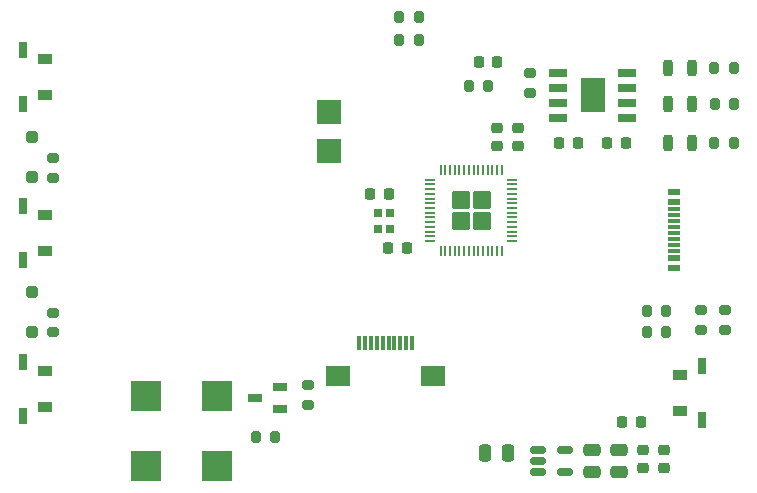
<source format=gbr>
%TF.GenerationSoftware,KiCad,Pcbnew,7.0.9*%
%TF.CreationDate,2023-12-20T20:28:38+02:00*%
%TF.ProjectId,DRM_Watch_V3,44524d5f-5761-4746-9368-5f56332e6b69,rev?*%
%TF.SameCoordinates,Original*%
%TF.FileFunction,Paste,Top*%
%TF.FilePolarity,Positive*%
%FSLAX46Y46*%
G04 Gerber Fmt 4.6, Leading zero omitted, Abs format (unit mm)*
G04 Created by KiCad (PCBNEW 7.0.9) date 2023-12-20 20:28:38*
%MOMM*%
%LPD*%
G01*
G04 APERTURE LIST*
G04 Aperture macros list*
%AMRoundRect*
0 Rectangle with rounded corners*
0 $1 Rounding radius*
0 $2 $3 $4 $5 $6 $7 $8 $9 X,Y pos of 4 corners*
0 Add a 4 corners polygon primitive as box body*
4,1,4,$2,$3,$4,$5,$6,$7,$8,$9,$2,$3,0*
0 Add four circle primitives for the rounded corners*
1,1,$1+$1,$2,$3*
1,1,$1+$1,$4,$5*
1,1,$1+$1,$6,$7*
1,1,$1+$1,$8,$9*
0 Add four rect primitives between the rounded corners*
20,1,$1+$1,$2,$3,$4,$5,0*
20,1,$1+$1,$4,$5,$6,$7,0*
20,1,$1+$1,$6,$7,$8,$9,0*
20,1,$1+$1,$8,$9,$2,$3,0*%
G04 Aperture macros list end*
%ADD10R,2.000000X2.000000*%
%ADD11RoundRect,0.200000X0.275000X-0.200000X0.275000X0.200000X-0.275000X0.200000X-0.275000X-0.200000X0*%
%ADD12RoundRect,0.250000X0.250000X-0.250000X0.250000X0.250000X-0.250000X0.250000X-0.250000X-0.250000X0*%
%ADD13R,2.500000X2.500000*%
%ADD14RoundRect,0.200000X-0.200000X-0.275000X0.200000X-0.275000X0.200000X0.275000X-0.200000X0.275000X0*%
%ADD15RoundRect,0.225000X-0.250000X0.225000X-0.250000X-0.225000X0.250000X-0.225000X0.250000X0.225000X0*%
%ADD16RoundRect,0.200000X0.200000X0.500000X-0.200000X0.500000X-0.200000X-0.500000X0.200000X-0.500000X0*%
%ADD17R,1.270000X0.900000*%
%ADD18R,0.800000X1.450000*%
%ADD19RoundRect,0.250000X0.250000X0.475000X-0.250000X0.475000X-0.250000X-0.475000X0.250000X-0.475000X0*%
%ADD20RoundRect,0.042000X0.573000X0.258000X-0.573000X0.258000X-0.573000X-0.258000X0.573000X-0.258000X0*%
%ADD21RoundRect,0.225000X-0.225000X-0.250000X0.225000X-0.250000X0.225000X0.250000X-0.225000X0.250000X0*%
%ADD22R,1.500000X0.660400*%
%ADD23R,2.000000X3.000000*%
%ADD24RoundRect,0.225000X0.225000X0.250000X-0.225000X0.250000X-0.225000X-0.250000X0.225000X-0.250000X0*%
%ADD25R,0.300000X1.300000*%
%ADD26R,2.000000X1.800000*%
%ADD27RoundRect,0.225000X0.250000X-0.225000X0.250000X0.225000X-0.250000X0.225000X-0.250000X-0.225000X0*%
%ADD28RoundRect,0.200000X0.200000X0.275000X-0.200000X0.275000X-0.200000X-0.275000X0.200000X-0.275000X0*%
%ADD29RoundRect,0.250000X-0.475000X0.250000X-0.475000X-0.250000X0.475000X-0.250000X0.475000X0.250000X0*%
%ADD30RoundRect,0.150000X-0.512500X-0.150000X0.512500X-0.150000X0.512500X0.150000X-0.512500X0.150000X0*%
%ADD31RoundRect,0.200000X-0.275000X0.200000X-0.275000X-0.200000X0.275000X-0.200000X0.275000X0.200000X0*%
%ADD32R,1.140000X0.600000*%
%ADD33R,1.140000X0.300000*%
%ADD34R,0.700000X0.750000*%
%ADD35RoundRect,0.249999X0.524597X-0.524597X0.524597X0.524597X-0.524597X0.524597X-0.524597X-0.524597X0*%
%ADD36RoundRect,0.050000X0.050000X-0.350000X0.050000X0.350000X-0.050000X0.350000X-0.050000X-0.350000X0*%
%ADD37RoundRect,0.050000X0.350000X-0.050000X0.350000X0.050000X-0.350000X0.050000X-0.350000X-0.050000X0*%
%ADD38RoundRect,0.250000X0.475000X-0.250000X0.475000X0.250000X-0.475000X0.250000X-0.475000X-0.250000X0*%
G04 APERTURE END LIST*
D10*
%TO.C,BT1*%
X92710000Y-54991000D03*
X92710000Y-58293000D03*
%TD*%
D11*
%TO.C,R3*%
X124206000Y-73469000D03*
X124206000Y-71819000D03*
%TD*%
D12*
%TO.C,D2*%
X67564000Y-70260000D03*
X67564000Y-73660000D03*
%TD*%
D13*
%TO.C,LS1*%
X77264000Y-85042000D03*
X77264000Y-79042000D03*
X83264000Y-79042000D03*
X83264000Y-85042000D03*
%TD*%
D14*
%TO.C,R14*%
X119634000Y-73660000D03*
X121284000Y-73660000D03*
%TD*%
D11*
%TO.C,R6*%
X69342000Y-73660000D03*
X69342000Y-72010000D03*
%TD*%
D15*
%TO.C,C5*%
X121103000Y-83632000D03*
X121103000Y-85182000D03*
%TD*%
D11*
%TO.C,R9*%
X109728000Y-53403000D03*
X109728000Y-51753000D03*
%TD*%
D16*
%TO.C,D3*%
X123444000Y-54356000D03*
X121412000Y-54356000D03*
%TD*%
D17*
%TO.C,S2*%
X68703000Y-63754000D03*
X68703000Y-66802000D03*
D18*
X66818000Y-62992000D03*
X66818000Y-67564000D03*
%TD*%
D19*
%TO.C,C9*%
X107884000Y-83886000D03*
X105984000Y-83886000D03*
%TD*%
D20*
%TO.C,Q1*%
X88569000Y-80198000D03*
X88569000Y-78298000D03*
X86449000Y-79248000D03*
%TD*%
D21*
%TO.C,C6*%
X117576000Y-81280000D03*
X119126000Y-81280000D03*
%TD*%
D15*
%TO.C,C4*%
X119325000Y-83632000D03*
X119325000Y-85182000D03*
%TD*%
D22*
%TO.C,U3*%
X112156554Y-51699405D03*
X112156554Y-52969405D03*
X112156554Y-54239405D03*
X112156554Y-55509405D03*
X117953766Y-55501515D03*
X117953766Y-54231515D03*
X117953766Y-52961515D03*
X117953766Y-51691515D03*
D23*
X115062000Y-53594000D03*
%TD*%
D17*
%TO.C,S1*%
X68703000Y-50546000D03*
X68703000Y-53594000D03*
D18*
X66818000Y-49784000D03*
X66818000Y-54356000D03*
%TD*%
D24*
%TO.C,C12*%
X113805000Y-57658000D03*
X112255000Y-57658000D03*
%TD*%
D25*
%TO.C,J2*%
X95286000Y-74595000D03*
X95786000Y-74595000D03*
X96286000Y-74595000D03*
X96786000Y-74595000D03*
X97286000Y-74595000D03*
X97786000Y-74595000D03*
X98286000Y-74595000D03*
X98786000Y-74595000D03*
X99286000Y-74595000D03*
X99786000Y-74595000D03*
D26*
X93486000Y-77345000D03*
X101586000Y-77345000D03*
%TD*%
D27*
%TO.C,C7*%
X106934000Y-57938000D03*
X106934000Y-56388000D03*
%TD*%
D21*
%TO.C,C3*%
X96240000Y-61948000D03*
X97790000Y-61948000D03*
%TD*%
D28*
%TO.C,R7*%
X127063000Y-54356000D03*
X125413000Y-54356000D03*
%TD*%
D17*
%TO.C,S4*%
X68703000Y-76962000D03*
X68703000Y-80010000D03*
D18*
X66818000Y-76200000D03*
X66818000Y-80772000D03*
%TD*%
D21*
%TO.C,C13*%
X105410000Y-50830000D03*
X106960000Y-50830000D03*
%TD*%
D14*
%TO.C,R10*%
X125350000Y-57658000D03*
X127000000Y-57658000D03*
%TD*%
D29*
%TO.C,C10*%
X115007000Y-83632000D03*
X115007000Y-85532000D03*
%TD*%
D12*
%TO.C,D1*%
X67564000Y-57150000D03*
X67564000Y-60550000D03*
%TD*%
D24*
%TO.C,C11*%
X117869000Y-57658000D03*
X116319000Y-57658000D03*
%TD*%
D21*
%TO.C,C2*%
X97777000Y-66548000D03*
X99327000Y-66548000D03*
%TD*%
D11*
%TO.C,R5*%
X69342000Y-60578000D03*
X69342000Y-58928000D03*
%TD*%
D28*
%TO.C,R8*%
X127000000Y-51308000D03*
X125350000Y-51308000D03*
%TD*%
D14*
%TO.C,R4*%
X86551000Y-82550000D03*
X88201000Y-82550000D03*
%TD*%
D30*
%TO.C,U2*%
X110435000Y-83632000D03*
X110435000Y-84582000D03*
X110435000Y-85532000D03*
X112710000Y-85532000D03*
X112710000Y-83632000D03*
%TD*%
D31*
%TO.C,R2*%
X126238000Y-71819000D03*
X126238000Y-73469000D03*
%TD*%
D17*
%TO.C,S3*%
X122452000Y-80352000D03*
X122452000Y-77304000D03*
D18*
X124337000Y-81114000D03*
X124337000Y-76542000D03*
%TD*%
D14*
%TO.C,R11*%
X98680000Y-48932000D03*
X100330000Y-48932000D03*
%TD*%
D28*
%TO.C,R15*%
X106235000Y-52832000D03*
X104585000Y-52832000D03*
%TD*%
D32*
%TO.C,J1*%
X121920000Y-68231000D03*
X121920000Y-67431000D03*
D33*
X121920000Y-66281000D03*
X121920000Y-65281000D03*
X121920000Y-64781000D03*
X121920000Y-63781000D03*
D32*
X121920000Y-61831000D03*
X121920000Y-62631000D03*
D33*
X121920000Y-63281000D03*
X121920000Y-64281000D03*
X121920000Y-65781000D03*
X121920000Y-66781000D03*
%TD*%
D28*
%TO.C,R13*%
X121284000Y-71882000D03*
X119634000Y-71882000D03*
%TD*%
D34*
%TO.C,Y1*%
X97902000Y-64963000D03*
X97902000Y-63613000D03*
X96902000Y-63613000D03*
X96902000Y-64963000D03*
%TD*%
D28*
%TO.C,R12*%
X100330000Y-46990000D03*
X98680000Y-46990000D03*
%TD*%
D16*
%TO.C,D5*%
X123444000Y-57658000D03*
X121412000Y-57658000D03*
%TD*%
D27*
%TO.C,C8*%
X108712000Y-57938000D03*
X108712000Y-56388000D03*
%TD*%
D16*
%TO.C,D4*%
X123444000Y-51308000D03*
X121412000Y-51308000D03*
%TD*%
D11*
%TO.C,R1*%
X90932000Y-79819000D03*
X90932000Y-78169000D03*
%TD*%
D35*
%TO.C,U1*%
X103914000Y-64234000D03*
X105664000Y-64234000D03*
X103914000Y-62484000D03*
X105664000Y-62484000D03*
D36*
X102189000Y-66809000D03*
X102589000Y-66809000D03*
X102989000Y-66809000D03*
X103389000Y-66809000D03*
X103789000Y-66809000D03*
X104189000Y-66809000D03*
X104589000Y-66809000D03*
X104989000Y-66809000D03*
X105389000Y-66809000D03*
X105789000Y-66809000D03*
X106189000Y-66809000D03*
X106589000Y-66809000D03*
X106989000Y-66809000D03*
X107389000Y-66809000D03*
D37*
X108239000Y-65959000D03*
X108239000Y-65559000D03*
X108239000Y-65159000D03*
X108239000Y-64759000D03*
X108239000Y-64359000D03*
X108239000Y-63959000D03*
X108239000Y-63559000D03*
X108239000Y-63159000D03*
X108239000Y-62759000D03*
X108239000Y-62359000D03*
X108239000Y-61959000D03*
X108239000Y-61559000D03*
X108239000Y-61159000D03*
X108239000Y-60759000D03*
D36*
X107389000Y-59909000D03*
X106989000Y-59909000D03*
X106589000Y-59909000D03*
X106189000Y-59909000D03*
X105789000Y-59909000D03*
X105389000Y-59909000D03*
X104989000Y-59909000D03*
X104589000Y-59909000D03*
X104189000Y-59909000D03*
X103789000Y-59909000D03*
X103389000Y-59909000D03*
X102989000Y-59909000D03*
X102589000Y-59909000D03*
X102189000Y-59909000D03*
D37*
X101339000Y-60759000D03*
X101339000Y-61159000D03*
X101339000Y-61559000D03*
X101339000Y-61959000D03*
X101339000Y-62359000D03*
X101339000Y-62759000D03*
X101339000Y-63159000D03*
X101339000Y-63559000D03*
X101339000Y-63959000D03*
X101339000Y-64359000D03*
X101339000Y-64759000D03*
X101339000Y-65159000D03*
X101339000Y-65559000D03*
X101339000Y-65959000D03*
%TD*%
D38*
%TO.C,C1*%
X117293000Y-85532000D03*
X117293000Y-83632000D03*
%TD*%
M02*

</source>
